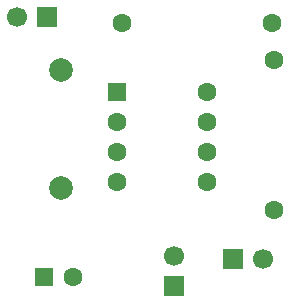
<source format=gbr>
%TF.GenerationSoftware,KiCad,Pcbnew,9.99.0-4961-ge71b061082*%
%TF.CreationDate,2026-01-22T07:13:39+05:30*%
%TF.ProjectId,TOY,544f592e-6b69-4636-9164-5f7063625858,rev?*%
%TF.SameCoordinates,Original*%
%TF.FileFunction,Soldermask,Top*%
%TF.FilePolarity,Negative*%
%FSLAX46Y46*%
G04 Gerber Fmt 4.6, Leading zero omitted, Abs format (unit mm)*
G04 Created by KiCad (PCBNEW 9.99.0-4961-ge71b061082) date 2026-01-22 07:13:39*
%MOMM*%
%LPD*%
G01*
G04 APERTURE LIST*
G04 Aperture macros list*
%AMRoundRect*
0 Rectangle with rounded corners*
0 $1 Rounding radius*
0 $2 $3 $4 $5 $6 $7 $8 $9 X,Y pos of 4 corners*
0 Add a 4 corners polygon primitive as box body*
4,1,4,$2,$3,$4,$5,$6,$7,$8,$9,$2,$3,0*
0 Add four circle primitives for the rounded corners*
1,1,$1+$1,$2,$3*
1,1,$1+$1,$4,$5*
1,1,$1+$1,$6,$7*
1,1,$1+$1,$8,$9*
0 Add four rect primitives between the rounded corners*
20,1,$1+$1,$2,$3,$4,$5,0*
20,1,$1+$1,$4,$5,$6,$7,0*
20,1,$1+$1,$6,$7,$8,$9,0*
20,1,$1+$1,$8,$9,$2,$3,0*%
G04 Aperture macros list end*
%ADD10C,1.600000*%
%ADD11R,1.700000X1.700000*%
%ADD12C,1.700000*%
%ADD13C,2.000000*%
%ADD14RoundRect,0.250000X-0.550000X-0.550000X0.550000X-0.550000X0.550000X0.550000X-0.550000X0.550000X0*%
G04 APERTURE END LIST*
D10*
%TO.C,1K*%
X161850000Y-89500000D03*
X149150000Y-89500000D03*
%TD*%
D11*
%TO.C,OUT*%
X153500000Y-111775000D03*
D12*
X153500000Y-109235000D03*
%TD*%
D11*
%TO.C,BATTERY*%
X142775000Y-89000000D03*
D12*
X140235000Y-89000000D03*
%TD*%
D10*
%TO.C,10K*%
X162000000Y-105350000D03*
X162000000Y-92650000D03*
%TD*%
D13*
%TO.C,C1*%
X144000000Y-103500000D03*
X144000000Y-93500000D03*
%TD*%
D11*
%TO.C,BUZZER*%
X158500000Y-109500000D03*
D12*
X161040000Y-109500000D03*
%TD*%
D14*
%TO.C,IC 555*%
X148695000Y-95380000D03*
D10*
X148695000Y-97920000D03*
X148695000Y-100460000D03*
X148695000Y-103000000D03*
X156315000Y-103000000D03*
X156315000Y-100460000D03*
X156315000Y-97920000D03*
X156315000Y-95380000D03*
%TD*%
D14*
%TO.C,100uf1*%
X142500000Y-111000000D03*
D10*
X145000000Y-111000000D03*
%TD*%
M02*

</source>
